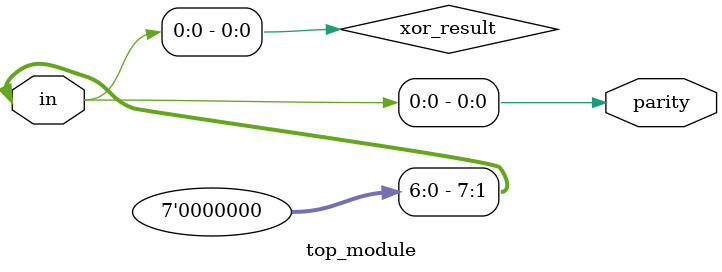
<source format=sv>
module top_module (
	input [7:0] in,
	output parity
);

	// Internal wire for computing parity bit
	wire xor_result;

	// Compute XOR of all input bits
	xor #(8) xor1 (
		.in(in),
		.out(xor_result)
	);

	// Parity bit is the output of XOR
	assign parity = xor_result;

endmodule

</source>
